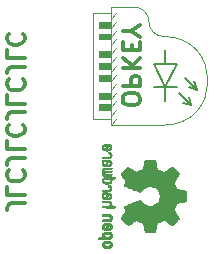
<source format=gbr>
G04 #@! TF.GenerationSoftware,KiCad,Pcbnew,(5.1.2)-2*
G04 #@! TF.CreationDate,2019-07-30T15:23:33+02:00*
G04 #@! TF.ProjectId,sensor_auxiliary,73656e73-6f72-45f6-9175-78696c696172,1*
G04 #@! TF.SameCoordinates,Original*
G04 #@! TF.FileFunction,Legend,Bot*
G04 #@! TF.FilePolarity,Positive*
%FSLAX46Y46*%
G04 Gerber Fmt 4.6, Leading zero omitted, Abs format (unit mm)*
G04 Created by KiCad (PCBNEW (5.1.2)-2) date 2019-07-30 15:23:33*
%MOMM*%
%LPD*%
G04 APERTURE LIST*
%ADD10C,0.300000*%
%ADD11C,0.200000*%
%ADD12C,0.120000*%
%ADD13C,0.100000*%
%ADD14C,0.010000*%
G04 APERTURE END LIST*
D10*
X32321428Y-49428571D02*
X31250000Y-49428571D01*
X31035714Y-49500000D01*
X30892857Y-49642857D01*
X30821428Y-49857142D01*
X30821428Y-50000000D01*
X30821428Y-48000000D02*
X30821428Y-48714285D01*
X32321428Y-48714285D01*
X30964285Y-46642857D02*
X30892857Y-46714285D01*
X30821428Y-46928571D01*
X30821428Y-47071428D01*
X30892857Y-47285714D01*
X31035714Y-47428571D01*
X31178571Y-47500000D01*
X31464285Y-47571428D01*
X31678571Y-47571428D01*
X31964285Y-47500000D01*
X32107142Y-47428571D01*
X32250000Y-47285714D01*
X32321428Y-47071428D01*
X32321428Y-46928571D01*
X32250000Y-46714285D01*
X32178571Y-46642857D01*
X32321428Y-45571428D02*
X31250000Y-45571428D01*
X31035714Y-45642857D01*
X30892857Y-45785714D01*
X30821428Y-46000000D01*
X30821428Y-46142857D01*
X30821428Y-44142857D02*
X30821428Y-44857142D01*
X32321428Y-44857142D01*
X30964285Y-42785714D02*
X30892857Y-42857142D01*
X30821428Y-43071428D01*
X30821428Y-43214285D01*
X30892857Y-43428571D01*
X31035714Y-43571428D01*
X31178571Y-43642857D01*
X31464285Y-43714285D01*
X31678571Y-43714285D01*
X31964285Y-43642857D01*
X32107142Y-43571428D01*
X32250000Y-43428571D01*
X32321428Y-43214285D01*
X32321428Y-43071428D01*
X32250000Y-42857142D01*
X32178571Y-42785714D01*
X32321428Y-41714285D02*
X31250000Y-41714285D01*
X31035714Y-41785714D01*
X30892857Y-41928571D01*
X30821428Y-42142857D01*
X30821428Y-42285714D01*
X30821428Y-40285714D02*
X30821428Y-41000000D01*
X32321428Y-41000000D01*
X30964285Y-38928571D02*
X30892857Y-39000000D01*
X30821428Y-39214285D01*
X30821428Y-39357142D01*
X30892857Y-39571428D01*
X31035714Y-39714285D01*
X31178571Y-39785714D01*
X31464285Y-39857142D01*
X31678571Y-39857142D01*
X31964285Y-39785714D01*
X32107142Y-39714285D01*
X32250000Y-39571428D01*
X32321428Y-39357142D01*
X32321428Y-39214285D01*
X32250000Y-39000000D01*
X32178571Y-38928571D01*
X32321428Y-37857142D02*
X31250000Y-37857142D01*
X31035714Y-37928571D01*
X30892857Y-38071428D01*
X30821428Y-38285714D01*
X30821428Y-38428571D01*
X30821428Y-36428571D02*
X30821428Y-37142857D01*
X32321428Y-37142857D01*
X30964285Y-35071428D02*
X30892857Y-35142857D01*
X30821428Y-35357142D01*
X30821428Y-35500000D01*
X30892857Y-35714285D01*
X31035714Y-35857142D01*
X31178571Y-35928571D01*
X31464285Y-36000000D01*
X31678571Y-36000000D01*
X31964285Y-35928571D01*
X32107142Y-35857142D01*
X32250000Y-35714285D01*
X32321428Y-35500000D01*
X32321428Y-35357142D01*
X32250000Y-35142857D01*
X32178571Y-35071428D01*
D11*
X45900000Y-38800000D02*
X46900000Y-39800000D01*
X46900000Y-39800000D02*
X46200000Y-39600000D01*
X46900000Y-39800000D02*
X46700000Y-39100000D01*
X46400000Y-41100000D02*
X46200000Y-40400000D01*
X46400000Y-41100000D02*
X45700000Y-40900000D01*
X45400000Y-40100000D02*
X46400000Y-41100000D01*
X44250000Y-39600000D02*
X44250000Y-40800000D01*
D12*
X43250000Y-39600000D02*
X44250000Y-39600000D01*
D11*
X45250000Y-39600000D02*
X43250000Y-39600000D01*
X44250000Y-39600000D02*
X43250000Y-37600000D01*
X45250000Y-37600000D02*
X44250000Y-39600000D01*
X43250000Y-37600000D02*
X45250000Y-37600000D01*
X44250000Y-36400000D02*
X44250000Y-37600000D01*
D12*
X40100000Y-33300000D02*
X39600000Y-33800000D01*
X40100000Y-34050000D02*
X39600000Y-34550000D01*
X40100000Y-34800000D02*
X39600000Y-35300000D01*
X40100000Y-37050000D02*
X39600000Y-37550000D01*
X40100000Y-37800000D02*
X39600000Y-38300000D01*
X40100000Y-36300000D02*
X39600000Y-36800000D01*
X40100000Y-38550000D02*
X39600000Y-39050000D01*
X40100000Y-35550000D02*
X39600000Y-36050000D01*
X44100000Y-35300000D02*
G75*
G02X42850000Y-34050000I0J1250000D01*
G01*
X41600000Y-32800000D02*
G75*
G02X42850000Y-34050000I0J-1250000D01*
G01*
X44100000Y-35300000D02*
G75*
G02X44100000Y-42800000I0J-3750000D01*
G01*
X39600000Y-32800000D02*
X41600000Y-32800000D01*
X39600000Y-33300000D02*
X39600000Y-32800000D01*
X39600000Y-42800000D02*
X44100000Y-42800000D01*
X39600000Y-42300000D02*
X39600000Y-42800000D01*
D13*
G36*
X38600000Y-34550000D02*
G01*
X39600000Y-34550000D01*
X39600000Y-34050000D01*
X38600000Y-34050000D01*
X38600000Y-34550000D01*
G37*
X38600000Y-34550000D02*
X39600000Y-34550000D01*
X39600000Y-34050000D01*
X38600000Y-34050000D01*
X38600000Y-34550000D01*
G36*
X38600000Y-35550000D02*
G01*
X39600000Y-35550000D01*
X39600000Y-35050000D01*
X38600000Y-35050000D01*
X38600000Y-35550000D01*
G37*
X38600000Y-35550000D02*
X39600000Y-35550000D01*
X39600000Y-35050000D01*
X38600000Y-35050000D01*
X38600000Y-35550000D01*
G36*
X38600000Y-37050000D02*
G01*
X39600000Y-37050000D01*
X39600000Y-36550000D01*
X38600000Y-36550000D01*
X38600000Y-37050000D01*
G37*
X38600000Y-37050000D02*
X39600000Y-37050000D01*
X39600000Y-36550000D01*
X38600000Y-36550000D01*
X38600000Y-37050000D01*
G36*
X38600000Y-38050000D02*
G01*
X39600000Y-38050000D01*
X39600000Y-37550000D01*
X38600000Y-37550000D01*
X38600000Y-38050000D01*
G37*
X38600000Y-38050000D02*
X39600000Y-38050000D01*
X39600000Y-37550000D01*
X38600000Y-37550000D01*
X38600000Y-38050000D01*
G36*
X38600000Y-39050000D02*
G01*
X39600000Y-39050000D01*
X39600000Y-38550000D01*
X38600000Y-38550000D01*
X38600000Y-39050000D01*
G37*
X38600000Y-39050000D02*
X39600000Y-39050000D01*
X39600000Y-38550000D01*
X38600000Y-38550000D01*
X38600000Y-39050000D01*
G36*
X38600000Y-40550000D02*
G01*
X39600000Y-40550000D01*
X39600000Y-40050000D01*
X38600000Y-40050000D01*
X38600000Y-40550000D01*
G37*
X38600000Y-40550000D02*
X39600000Y-40550000D01*
X39600000Y-40050000D01*
X38600000Y-40050000D01*
X38600000Y-40550000D01*
G36*
X38600000Y-41550000D02*
G01*
X39600000Y-41550000D01*
X39600000Y-41050000D01*
X38600000Y-41050000D01*
X38600000Y-41550000D01*
G37*
X38600000Y-41550000D02*
X39600000Y-41550000D01*
X39600000Y-41050000D01*
X38600000Y-41050000D01*
X38600000Y-41550000D01*
D12*
X38100000Y-33300000D02*
X39600000Y-33300000D01*
X38100000Y-42300000D02*
X38100000Y-33300000D01*
X39600000Y-42300000D02*
X38100000Y-42300000D01*
X39600000Y-33300000D02*
X39600000Y-42300000D01*
X40100000Y-42300000D02*
X39600000Y-42800000D01*
X40100000Y-41550000D02*
X39600000Y-42050000D01*
X40100000Y-40800000D02*
X39600000Y-41300000D01*
X40100000Y-40050000D02*
X39600000Y-40550000D01*
X40100000Y-39300000D02*
X39600000Y-39800000D01*
D14*
G36*
X39715495Y-52031114D02*
G01*
X39678273Y-51956461D01*
X39609739Y-51890569D01*
X39584352Y-51872423D01*
X39551134Y-51852655D01*
X39515055Y-51839828D01*
X39466902Y-51832490D01*
X39397464Y-51829187D01*
X39305794Y-51828462D01*
X39180170Y-51831737D01*
X39085846Y-51843123D01*
X39015477Y-51864959D01*
X38961714Y-51899581D01*
X38917212Y-51949330D01*
X38914577Y-51952986D01*
X38887623Y-52002015D01*
X38874288Y-52061055D01*
X38871000Y-52136141D01*
X38871000Y-52258205D01*
X38752503Y-52258256D01*
X38686508Y-52259392D01*
X38647798Y-52266314D01*
X38624581Y-52284402D01*
X38605067Y-52319038D01*
X38601080Y-52327355D01*
X38582397Y-52366280D01*
X38570597Y-52396417D01*
X38569578Y-52418826D01*
X38583239Y-52434567D01*
X38615478Y-52444698D01*
X38670196Y-52450277D01*
X38751289Y-52452365D01*
X38862656Y-52452019D01*
X39008198Y-52450300D01*
X39051731Y-52449763D01*
X39201795Y-52447828D01*
X39299958Y-52446096D01*
X39299958Y-52258308D01*
X39216636Y-52257252D01*
X39162120Y-52252562D01*
X39126163Y-52241949D01*
X39098518Y-52223128D01*
X39085035Y-52210350D01*
X39045583Y-52158110D01*
X39042372Y-52111858D01*
X39074951Y-52064133D01*
X39076154Y-52062923D01*
X39101332Y-52043506D01*
X39135553Y-52031693D01*
X39188252Y-52025735D01*
X39268869Y-52023880D01*
X39286729Y-52023846D01*
X39397825Y-52028330D01*
X39474839Y-52042926D01*
X39521853Y-52069350D01*
X39542950Y-52109317D01*
X39545077Y-52132416D01*
X39535100Y-52187238D01*
X39502248Y-52224842D01*
X39442143Y-52247477D01*
X39350402Y-52257394D01*
X39299958Y-52258308D01*
X39299958Y-52446096D01*
X39317940Y-52445778D01*
X39405321Y-52443127D01*
X39469095Y-52439394D01*
X39514418Y-52434093D01*
X39546445Y-52426742D01*
X39570332Y-52416857D01*
X39591236Y-52403954D01*
X39599102Y-52398421D01*
X39673405Y-52325031D01*
X39715533Y-52232240D01*
X39727278Y-52124904D01*
X39715495Y-52031114D01*
X39715495Y-52031114D01*
G37*
X39715495Y-52031114D02*
X39678273Y-51956461D01*
X39609739Y-51890569D01*
X39584352Y-51872423D01*
X39551134Y-51852655D01*
X39515055Y-51839828D01*
X39466902Y-51832490D01*
X39397464Y-51829187D01*
X39305794Y-51828462D01*
X39180170Y-51831737D01*
X39085846Y-51843123D01*
X39015477Y-51864959D01*
X38961714Y-51899581D01*
X38917212Y-51949330D01*
X38914577Y-51952986D01*
X38887623Y-52002015D01*
X38874288Y-52061055D01*
X38871000Y-52136141D01*
X38871000Y-52258205D01*
X38752503Y-52258256D01*
X38686508Y-52259392D01*
X38647798Y-52266314D01*
X38624581Y-52284402D01*
X38605067Y-52319038D01*
X38601080Y-52327355D01*
X38582397Y-52366280D01*
X38570597Y-52396417D01*
X38569578Y-52418826D01*
X38583239Y-52434567D01*
X38615478Y-52444698D01*
X38670196Y-52450277D01*
X38751289Y-52452365D01*
X38862656Y-52452019D01*
X39008198Y-52450300D01*
X39051731Y-52449763D01*
X39201795Y-52447828D01*
X39299958Y-52446096D01*
X39299958Y-52258308D01*
X39216636Y-52257252D01*
X39162120Y-52252562D01*
X39126163Y-52241949D01*
X39098518Y-52223128D01*
X39085035Y-52210350D01*
X39045583Y-52158110D01*
X39042372Y-52111858D01*
X39074951Y-52064133D01*
X39076154Y-52062923D01*
X39101332Y-52043506D01*
X39135553Y-52031693D01*
X39188252Y-52025735D01*
X39268869Y-52023880D01*
X39286729Y-52023846D01*
X39397825Y-52028330D01*
X39474839Y-52042926D01*
X39521853Y-52069350D01*
X39542950Y-52109317D01*
X39545077Y-52132416D01*
X39535100Y-52187238D01*
X39502248Y-52224842D01*
X39442143Y-52247477D01*
X39350402Y-52257394D01*
X39299958Y-52258308D01*
X39299958Y-52446096D01*
X39317940Y-52445778D01*
X39405321Y-52443127D01*
X39469095Y-52439394D01*
X39514418Y-52434093D01*
X39546445Y-52426742D01*
X39570332Y-52416857D01*
X39591236Y-52403954D01*
X39599102Y-52398421D01*
X39673405Y-52325031D01*
X39715533Y-52232240D01*
X39727278Y-52124904D01*
X39715495Y-52031114D01*
G36*
X39704911Y-50528336D02*
G01*
X39668642Y-50465633D01*
X39632642Y-50422039D01*
X39594925Y-50390155D01*
X39548801Y-50368190D01*
X39487579Y-50354351D01*
X39404569Y-50346847D01*
X39293081Y-50343883D01*
X39212938Y-50343539D01*
X38917935Y-50343539D01*
X38843485Y-50509615D01*
X39166598Y-50519385D01*
X39287271Y-50523421D01*
X39374859Y-50527656D01*
X39435350Y-50532903D01*
X39474732Y-50539975D01*
X39498993Y-50549689D01*
X39514120Y-50562856D01*
X39517394Y-50567081D01*
X39542966Y-50631091D01*
X39532847Y-50695792D01*
X39506000Y-50734308D01*
X39486976Y-50749975D01*
X39462012Y-50760820D01*
X39424166Y-50767712D01*
X39366498Y-50771521D01*
X39282065Y-50773117D01*
X39194072Y-50773385D01*
X39083677Y-50773437D01*
X39005537Y-50775328D01*
X38952835Y-50781655D01*
X38918758Y-50795017D01*
X38896489Y-50818015D01*
X38879213Y-50853246D01*
X38861262Y-50900303D01*
X38841722Y-50951697D01*
X39188515Y-50945579D01*
X39313532Y-50943116D01*
X39405918Y-50940233D01*
X39472119Y-50936102D01*
X39518580Y-50929893D01*
X39551744Y-50920774D01*
X39578056Y-50907917D01*
X39601271Y-50892416D01*
X39675431Y-50817629D01*
X39718316Y-50726372D01*
X39728588Y-50627117D01*
X39704911Y-50528336D01*
X39704911Y-50528336D01*
G37*
X39704911Y-50528336D02*
X39668642Y-50465633D01*
X39632642Y-50422039D01*
X39594925Y-50390155D01*
X39548801Y-50368190D01*
X39487579Y-50354351D01*
X39404569Y-50346847D01*
X39293081Y-50343883D01*
X39212938Y-50343539D01*
X38917935Y-50343539D01*
X38843485Y-50509615D01*
X39166598Y-50519385D01*
X39287271Y-50523421D01*
X39374859Y-50527656D01*
X39435350Y-50532903D01*
X39474732Y-50539975D01*
X39498993Y-50549689D01*
X39514120Y-50562856D01*
X39517394Y-50567081D01*
X39542966Y-50631091D01*
X39532847Y-50695792D01*
X39506000Y-50734308D01*
X39486976Y-50749975D01*
X39462012Y-50760820D01*
X39424166Y-50767712D01*
X39366498Y-50771521D01*
X39282065Y-50773117D01*
X39194072Y-50773385D01*
X39083677Y-50773437D01*
X39005537Y-50775328D01*
X38952835Y-50781655D01*
X38918758Y-50795017D01*
X38896489Y-50818015D01*
X38879213Y-50853246D01*
X38861262Y-50900303D01*
X38841722Y-50951697D01*
X39188515Y-50945579D01*
X39313532Y-50943116D01*
X39405918Y-50940233D01*
X39472119Y-50936102D01*
X39518580Y-50929893D01*
X39551744Y-50920774D01*
X39578056Y-50907917D01*
X39601271Y-50892416D01*
X39675431Y-50817629D01*
X39718316Y-50726372D01*
X39728588Y-50627117D01*
X39704911Y-50528336D01*
G36*
X39712744Y-52783114D02*
G01*
X39664591Y-52691536D01*
X39587095Y-52623951D01*
X39537273Y-52599943D01*
X39462467Y-52581262D01*
X39367948Y-52571699D01*
X39264790Y-52570792D01*
X39164065Y-52578079D01*
X39076847Y-52593097D01*
X39014209Y-52615385D01*
X39003421Y-52622235D01*
X38922895Y-52703368D01*
X38874664Y-52799734D01*
X38860550Y-52904299D01*
X38882371Y-53010032D01*
X38895453Y-53039457D01*
X38935769Y-53096759D01*
X38989225Y-53147050D01*
X38996005Y-53151803D01*
X39028679Y-53171122D01*
X39063606Y-53183892D01*
X39109586Y-53191436D01*
X39175416Y-53195076D01*
X39269895Y-53196135D01*
X39291077Y-53196154D01*
X39297818Y-53196106D01*
X39297818Y-53000769D01*
X39208651Y-52999632D01*
X39149480Y-52995159D01*
X39111259Y-52985754D01*
X39084947Y-52969824D01*
X39076154Y-52961692D01*
X39042739Y-52914942D01*
X39044263Y-52869553D01*
X39073248Y-52823660D01*
X39104191Y-52796288D01*
X39149357Y-52780077D01*
X39220580Y-52770974D01*
X39228886Y-52770349D01*
X39357963Y-52768796D01*
X39453828Y-52785035D01*
X39515893Y-52818848D01*
X39543568Y-52870016D01*
X39545077Y-52888280D01*
X39537487Y-52936240D01*
X39511192Y-52969047D01*
X39460905Y-52989105D01*
X39381336Y-52998822D01*
X39297818Y-53000769D01*
X39297818Y-53196106D01*
X39391751Y-53195426D01*
X39462094Y-53192371D01*
X39510837Y-53185678D01*
X39546712Y-53174040D01*
X39578452Y-53156147D01*
X39584352Y-53152192D01*
X39663896Y-53085733D01*
X39710071Y-53013315D01*
X39728401Y-52925151D01*
X39729297Y-52895213D01*
X39712744Y-52783114D01*
X39712744Y-52783114D01*
G37*
X39712744Y-52783114D02*
X39664591Y-52691536D01*
X39587095Y-52623951D01*
X39537273Y-52599943D01*
X39462467Y-52581262D01*
X39367948Y-52571699D01*
X39264790Y-52570792D01*
X39164065Y-52578079D01*
X39076847Y-52593097D01*
X39014209Y-52615385D01*
X39003421Y-52622235D01*
X38922895Y-52703368D01*
X38874664Y-52799734D01*
X38860550Y-52904299D01*
X38882371Y-53010032D01*
X38895453Y-53039457D01*
X38935769Y-53096759D01*
X38989225Y-53147050D01*
X38996005Y-53151803D01*
X39028679Y-53171122D01*
X39063606Y-53183892D01*
X39109586Y-53191436D01*
X39175416Y-53195076D01*
X39269895Y-53196135D01*
X39291077Y-53196154D01*
X39297818Y-53196106D01*
X39297818Y-53000769D01*
X39208651Y-52999632D01*
X39149480Y-52995159D01*
X39111259Y-52985754D01*
X39084947Y-52969824D01*
X39076154Y-52961692D01*
X39042739Y-52914942D01*
X39044263Y-52869553D01*
X39073248Y-52823660D01*
X39104191Y-52796288D01*
X39149357Y-52780077D01*
X39220580Y-52770974D01*
X39228886Y-52770349D01*
X39357963Y-52768796D01*
X39453828Y-52785035D01*
X39515893Y-52818848D01*
X39543568Y-52870016D01*
X39545077Y-52888280D01*
X39537487Y-52936240D01*
X39511192Y-52969047D01*
X39460905Y-52989105D01*
X39381336Y-52998822D01*
X39297818Y-53000769D01*
X39297818Y-53196106D01*
X39391751Y-53195426D01*
X39462094Y-53192371D01*
X39510837Y-53185678D01*
X39546712Y-53174040D01*
X39578452Y-53156147D01*
X39584352Y-53152192D01*
X39663896Y-53085733D01*
X39710071Y-53013315D01*
X39728401Y-52925151D01*
X39729297Y-52895213D01*
X39712744Y-52783114D01*
G36*
X39700255Y-51265746D02*
G01*
X39648433Y-51188714D01*
X39573588Y-51129184D01*
X39478346Y-51093622D01*
X39408244Y-51086429D01*
X39378991Y-51087246D01*
X39356593Y-51094086D01*
X39336526Y-51112888D01*
X39314267Y-51149592D01*
X39285291Y-51210138D01*
X39245073Y-51300466D01*
X39244871Y-51300923D01*
X39206790Y-51384067D01*
X39172975Y-51452247D01*
X39147067Y-51498495D01*
X39132705Y-51515842D01*
X39132589Y-51515846D01*
X39101315Y-51500557D01*
X39066843Y-51464804D01*
X39042010Y-51423758D01*
X39037077Y-51402963D01*
X39054138Y-51346230D01*
X39096867Y-51297373D01*
X39143845Y-51273535D01*
X39178478Y-51250603D01*
X39217919Y-51205682D01*
X39251991Y-51152877D01*
X39270520Y-51106290D01*
X39271538Y-51096548D01*
X39254785Y-51085582D01*
X39211961Y-51084921D01*
X39154219Y-51092980D01*
X39092711Y-51108173D01*
X39038591Y-51128914D01*
X39036490Y-51129962D01*
X38949340Y-51192379D01*
X38890061Y-51273274D01*
X38860966Y-51365144D01*
X38864366Y-51460487D01*
X38902572Y-51551802D01*
X38905259Y-51555862D01*
X38970358Y-51627694D01*
X39055295Y-51674927D01*
X39166979Y-51701066D01*
X39198357Y-51704574D01*
X39346464Y-51710787D01*
X39415532Y-51703339D01*
X39415532Y-51515846D01*
X39372448Y-51513410D01*
X39359874Y-51500086D01*
X39369281Y-51466868D01*
X39391517Y-51414506D01*
X39419390Y-51355976D01*
X39420128Y-51354521D01*
X39446223Y-51304911D01*
X39463637Y-51285000D01*
X39481893Y-51289910D01*
X39505880Y-51310584D01*
X39540594Y-51363181D01*
X39543144Y-51419823D01*
X39517881Y-51470631D01*
X39469153Y-51505724D01*
X39415532Y-51515846D01*
X39415532Y-51703339D01*
X39464964Y-51698008D01*
X39558945Y-51665222D01*
X39624785Y-51619579D01*
X39691319Y-51537198D01*
X39724324Y-51446454D01*
X39726427Y-51353815D01*
X39700255Y-51265746D01*
X39700255Y-51265746D01*
G37*
X39700255Y-51265746D02*
X39648433Y-51188714D01*
X39573588Y-51129184D01*
X39478346Y-51093622D01*
X39408244Y-51086429D01*
X39378991Y-51087246D01*
X39356593Y-51094086D01*
X39336526Y-51112888D01*
X39314267Y-51149592D01*
X39285291Y-51210138D01*
X39245073Y-51300466D01*
X39244871Y-51300923D01*
X39206790Y-51384067D01*
X39172975Y-51452247D01*
X39147067Y-51498495D01*
X39132705Y-51515842D01*
X39132589Y-51515846D01*
X39101315Y-51500557D01*
X39066843Y-51464804D01*
X39042010Y-51423758D01*
X39037077Y-51402963D01*
X39054138Y-51346230D01*
X39096867Y-51297373D01*
X39143845Y-51273535D01*
X39178478Y-51250603D01*
X39217919Y-51205682D01*
X39251991Y-51152877D01*
X39270520Y-51106290D01*
X39271538Y-51096548D01*
X39254785Y-51085582D01*
X39211961Y-51084921D01*
X39154219Y-51092980D01*
X39092711Y-51108173D01*
X39038591Y-51128914D01*
X39036490Y-51129962D01*
X38949340Y-51192379D01*
X38890061Y-51273274D01*
X38860966Y-51365144D01*
X38864366Y-51460487D01*
X38902572Y-51551802D01*
X38905259Y-51555862D01*
X38970358Y-51627694D01*
X39055295Y-51674927D01*
X39166979Y-51701066D01*
X39198357Y-51704574D01*
X39346464Y-51710787D01*
X39415532Y-51703339D01*
X39415532Y-51515846D01*
X39372448Y-51513410D01*
X39359874Y-51500086D01*
X39369281Y-51466868D01*
X39391517Y-51414506D01*
X39419390Y-51355976D01*
X39420128Y-51354521D01*
X39446223Y-51304911D01*
X39463637Y-51285000D01*
X39481893Y-51289910D01*
X39505880Y-51310584D01*
X39540594Y-51363181D01*
X39543144Y-51419823D01*
X39517881Y-51470631D01*
X39469153Y-51505724D01*
X39415532Y-51515846D01*
X39415532Y-51703339D01*
X39464964Y-51698008D01*
X39558945Y-51665222D01*
X39624785Y-51619579D01*
X39691319Y-51537198D01*
X39724324Y-51446454D01*
X39726427Y-51353815D01*
X39700255Y-51265746D01*
G36*
X39807880Y-49640154D02*
G01*
X39728020Y-49634428D01*
X39680961Y-49627851D01*
X39660434Y-49618738D01*
X39660171Y-49605402D01*
X39662622Y-49601077D01*
X39680364Y-49543556D01*
X39679328Y-49468732D01*
X39661090Y-49392661D01*
X39637495Y-49345082D01*
X39599802Y-49296298D01*
X39557145Y-49260636D01*
X39502943Y-49236155D01*
X39430616Y-49220913D01*
X39333581Y-49212970D01*
X39205258Y-49210384D01*
X39180642Y-49210338D01*
X38904130Y-49210308D01*
X38882680Y-49271839D01*
X38868088Y-49315541D01*
X38861294Y-49339518D01*
X38861231Y-49340223D01*
X38879655Y-49342585D01*
X38930474Y-49344594D01*
X39007007Y-49346099D01*
X39102570Y-49346947D01*
X39160671Y-49347077D01*
X39275229Y-49347349D01*
X39357333Y-49348748D01*
X39413607Y-49352151D01*
X39450674Y-49358433D01*
X39475156Y-49368471D01*
X39493675Y-49383139D01*
X39502594Y-49392298D01*
X39538534Y-49455211D01*
X39541225Y-49523864D01*
X39510830Y-49586152D01*
X39499856Y-49597671D01*
X39479221Y-49614567D01*
X39454744Y-49626286D01*
X39419353Y-49633767D01*
X39365974Y-49637946D01*
X39287534Y-49639763D01*
X39179383Y-49640154D01*
X38904130Y-49640154D01*
X38882680Y-49701685D01*
X38868088Y-49745387D01*
X38861294Y-49769364D01*
X38861231Y-49770070D01*
X38879931Y-49771874D01*
X38932678Y-49773500D01*
X39014443Y-49774883D01*
X39120195Y-49775958D01*
X39244906Y-49776660D01*
X39383545Y-49776923D01*
X39918194Y-49776923D01*
X39971764Y-49649923D01*
X39807880Y-49640154D01*
X39807880Y-49640154D01*
G37*
X39807880Y-49640154D02*
X39728020Y-49634428D01*
X39680961Y-49627851D01*
X39660434Y-49618738D01*
X39660171Y-49605402D01*
X39662622Y-49601077D01*
X39680364Y-49543556D01*
X39679328Y-49468732D01*
X39661090Y-49392661D01*
X39637495Y-49345082D01*
X39599802Y-49296298D01*
X39557145Y-49260636D01*
X39502943Y-49236155D01*
X39430616Y-49220913D01*
X39333581Y-49212970D01*
X39205258Y-49210384D01*
X39180642Y-49210338D01*
X38904130Y-49210308D01*
X38882680Y-49271839D01*
X38868088Y-49315541D01*
X38861294Y-49339518D01*
X38861231Y-49340223D01*
X38879655Y-49342585D01*
X38930474Y-49344594D01*
X39007007Y-49346099D01*
X39102570Y-49346947D01*
X39160671Y-49347077D01*
X39275229Y-49347349D01*
X39357333Y-49348748D01*
X39413607Y-49352151D01*
X39450674Y-49358433D01*
X39475156Y-49368471D01*
X39493675Y-49383139D01*
X39502594Y-49392298D01*
X39538534Y-49455211D01*
X39541225Y-49523864D01*
X39510830Y-49586152D01*
X39499856Y-49597671D01*
X39479221Y-49614567D01*
X39454744Y-49626286D01*
X39419353Y-49633767D01*
X39365974Y-49637946D01*
X39287534Y-49639763D01*
X39179383Y-49640154D01*
X38904130Y-49640154D01*
X38882680Y-49701685D01*
X38868088Y-49745387D01*
X38861294Y-49769364D01*
X38861231Y-49770070D01*
X38879931Y-49771874D01*
X38932678Y-49773500D01*
X39014443Y-49774883D01*
X39120195Y-49775958D01*
X39244906Y-49776660D01*
X39383545Y-49776923D01*
X39918194Y-49776923D01*
X39971764Y-49649923D01*
X39807880Y-49640154D01*
G36*
X39673697Y-48746499D02*
G01*
X39645267Y-48669940D01*
X39644721Y-48669064D01*
X39609873Y-48621715D01*
X39569148Y-48586759D01*
X39516075Y-48562175D01*
X39444186Y-48545938D01*
X39347008Y-48536025D01*
X39218072Y-48530414D01*
X39199702Y-48529923D01*
X38922713Y-48522859D01*
X38891972Y-48582305D01*
X38871198Y-48625319D01*
X38861354Y-48651290D01*
X38861231Y-48652491D01*
X38879394Y-48656986D01*
X38928388Y-48660556D01*
X38999969Y-48662752D01*
X39057932Y-48663231D01*
X39151830Y-48663242D01*
X39210797Y-48667534D01*
X39238921Y-48682497D01*
X39240294Y-48714518D01*
X39219002Y-48769986D01*
X39179864Y-48853731D01*
X39147357Y-48915311D01*
X39119155Y-48946983D01*
X39088418Y-48956294D01*
X39086896Y-48956308D01*
X39033946Y-48940943D01*
X39005340Y-48895453D01*
X39001197Y-48825834D01*
X39001916Y-48775687D01*
X38987473Y-48749246D01*
X38952782Y-48732757D01*
X38908584Y-48723267D01*
X38883507Y-48736943D01*
X38879918Y-48742093D01*
X38865504Y-48790575D01*
X38863463Y-48858469D01*
X38873017Y-48928388D01*
X38890478Y-48977932D01*
X38948636Y-49046430D01*
X39029592Y-49085366D01*
X39092840Y-49093077D01*
X39149889Y-49087193D01*
X39196458Y-49065899D01*
X39237819Y-49023735D01*
X39279245Y-48955241D01*
X39326007Y-48854956D01*
X39328650Y-48848846D01*
X39370383Y-48758510D01*
X39404609Y-48702765D01*
X39435365Y-48678871D01*
X39466689Y-48684087D01*
X39502617Y-48715672D01*
X39510884Y-48725117D01*
X39542942Y-48788383D01*
X39541593Y-48853936D01*
X39510162Y-48911028D01*
X39451976Y-48948907D01*
X39440554Y-48952426D01*
X39385163Y-48986700D01*
X39358482Y-49030191D01*
X39332040Y-49093077D01*
X39400452Y-49093077D01*
X39499890Y-49073948D01*
X39591098Y-49017169D01*
X39621611Y-48987622D01*
X39660772Y-48920458D01*
X39678500Y-48835044D01*
X39673697Y-48746499D01*
X39673697Y-48746499D01*
G37*
X39673697Y-48746499D02*
X39645267Y-48669940D01*
X39644721Y-48669064D01*
X39609873Y-48621715D01*
X39569148Y-48586759D01*
X39516075Y-48562175D01*
X39444186Y-48545938D01*
X39347008Y-48536025D01*
X39218072Y-48530414D01*
X39199702Y-48529923D01*
X38922713Y-48522859D01*
X38891972Y-48582305D01*
X38871198Y-48625319D01*
X38861354Y-48651290D01*
X38861231Y-48652491D01*
X38879394Y-48656986D01*
X38928388Y-48660556D01*
X38999969Y-48662752D01*
X39057932Y-48663231D01*
X39151830Y-48663242D01*
X39210797Y-48667534D01*
X39238921Y-48682497D01*
X39240294Y-48714518D01*
X39219002Y-48769986D01*
X39179864Y-48853731D01*
X39147357Y-48915311D01*
X39119155Y-48946983D01*
X39088418Y-48956294D01*
X39086896Y-48956308D01*
X39033946Y-48940943D01*
X39005340Y-48895453D01*
X39001197Y-48825834D01*
X39001916Y-48775687D01*
X38987473Y-48749246D01*
X38952782Y-48732757D01*
X38908584Y-48723267D01*
X38883507Y-48736943D01*
X38879918Y-48742093D01*
X38865504Y-48790575D01*
X38863463Y-48858469D01*
X38873017Y-48928388D01*
X38890478Y-48977932D01*
X38948636Y-49046430D01*
X39029592Y-49085366D01*
X39092840Y-49093077D01*
X39149889Y-49087193D01*
X39196458Y-49065899D01*
X39237819Y-49023735D01*
X39279245Y-48955241D01*
X39326007Y-48854956D01*
X39328650Y-48848846D01*
X39370383Y-48758510D01*
X39404609Y-48702765D01*
X39435365Y-48678871D01*
X39466689Y-48684087D01*
X39502617Y-48715672D01*
X39510884Y-48725117D01*
X39542942Y-48788383D01*
X39541593Y-48853936D01*
X39510162Y-48911028D01*
X39451976Y-48948907D01*
X39440554Y-48952426D01*
X39385163Y-48986700D01*
X39358482Y-49030191D01*
X39332040Y-49093077D01*
X39400452Y-49093077D01*
X39499890Y-49073948D01*
X39591098Y-49017169D01*
X39621611Y-48987622D01*
X39660772Y-48920458D01*
X39678500Y-48835044D01*
X39673697Y-48746499D01*
G36*
X39675330Y-48086638D02*
G01*
X39642579Y-47997883D01*
X39584650Y-47925978D01*
X39543872Y-47897856D01*
X39469046Y-47867198D01*
X39414942Y-47867835D01*
X39378554Y-47900013D01*
X39372367Y-47911919D01*
X39353075Y-47963325D01*
X39358018Y-47989578D01*
X39390413Y-47998470D01*
X39408308Y-47998923D01*
X39474141Y-48015203D01*
X39520193Y-48057635D01*
X39542436Y-48116612D01*
X39536839Y-48182525D01*
X39507771Y-48236105D01*
X39491190Y-48254202D01*
X39471075Y-48267029D01*
X39440668Y-48275694D01*
X39393212Y-48281304D01*
X39321950Y-48284965D01*
X39220125Y-48287785D01*
X39187885Y-48288516D01*
X39077590Y-48291180D01*
X38999964Y-48294208D01*
X38948604Y-48298750D01*
X38917110Y-48305954D01*
X38899080Y-48316967D01*
X38888112Y-48332940D01*
X38883267Y-48343166D01*
X38866699Y-48386594D01*
X38861231Y-48412158D01*
X38879493Y-48420605D01*
X38934704Y-48425761D01*
X39027501Y-48427654D01*
X39158522Y-48426311D01*
X39178731Y-48425893D01*
X39298267Y-48422942D01*
X39385551Y-48419452D01*
X39447409Y-48414486D01*
X39490664Y-48407107D01*
X39522140Y-48396376D01*
X39548661Y-48381355D01*
X39560025Y-48373498D01*
X39610308Y-48328447D01*
X39649419Y-48278060D01*
X39652833Y-48271892D01*
X39679788Y-48181542D01*
X39675330Y-48086638D01*
X39675330Y-48086638D01*
G37*
X39675330Y-48086638D02*
X39642579Y-47997883D01*
X39584650Y-47925978D01*
X39543872Y-47897856D01*
X39469046Y-47867198D01*
X39414942Y-47867835D01*
X39378554Y-47900013D01*
X39372367Y-47911919D01*
X39353075Y-47963325D01*
X39358018Y-47989578D01*
X39390413Y-47998470D01*
X39408308Y-47998923D01*
X39474141Y-48015203D01*
X39520193Y-48057635D01*
X39542436Y-48116612D01*
X39536839Y-48182525D01*
X39507771Y-48236105D01*
X39491190Y-48254202D01*
X39471075Y-48267029D01*
X39440668Y-48275694D01*
X39393212Y-48281304D01*
X39321950Y-48284965D01*
X39220125Y-48287785D01*
X39187885Y-48288516D01*
X39077590Y-48291180D01*
X38999964Y-48294208D01*
X38948604Y-48298750D01*
X38917110Y-48305954D01*
X38899080Y-48316967D01*
X38888112Y-48332940D01*
X38883267Y-48343166D01*
X38866699Y-48386594D01*
X38861231Y-48412158D01*
X38879493Y-48420605D01*
X38934704Y-48425761D01*
X39027501Y-48427654D01*
X39158522Y-48426311D01*
X39178731Y-48425893D01*
X39298267Y-48422942D01*
X39385551Y-48419452D01*
X39447409Y-48414486D01*
X39490664Y-48407107D01*
X39522140Y-48396376D01*
X39548661Y-48381355D01*
X39560025Y-48373498D01*
X39610308Y-48328447D01*
X39649419Y-48278060D01*
X39652833Y-48271892D01*
X39679788Y-48181542D01*
X39675330Y-48086638D01*
G36*
X39519711Y-47197919D02*
G01*
X39373680Y-47198167D01*
X39261345Y-47199128D01*
X39177322Y-47201206D01*
X39116231Y-47204807D01*
X39072691Y-47210335D01*
X39041321Y-47218196D01*
X39016738Y-47228793D01*
X39002706Y-47236818D01*
X38926612Y-47303272D01*
X38878916Y-47387530D01*
X38861801Y-47480751D01*
X38877454Y-47574100D01*
X38905582Y-47629688D01*
X38954240Y-47688043D01*
X39013667Y-47727814D01*
X39091493Y-47751810D01*
X39195348Y-47762839D01*
X39271538Y-47764401D01*
X39277014Y-47764191D01*
X39277014Y-47627692D01*
X39189645Y-47626859D01*
X39131808Y-47623039D01*
X39093971Y-47614254D01*
X39066602Y-47598526D01*
X39045958Y-47579734D01*
X39006110Y-47516625D01*
X39002705Y-47448863D01*
X39035975Y-47384821D01*
X39040483Y-47379836D01*
X39063933Y-47358561D01*
X39091834Y-47345221D01*
X39133359Y-47337999D01*
X39197684Y-47335077D01*
X39268800Y-47334615D01*
X39358142Y-47335617D01*
X39417742Y-47339762D01*
X39456911Y-47348764D01*
X39484960Y-47364333D01*
X39499856Y-47377098D01*
X39537425Y-47436400D01*
X39541943Y-47504699D01*
X39513247Y-47569890D01*
X39502594Y-47582472D01*
X39478937Y-47603889D01*
X39450749Y-47617256D01*
X39408755Y-47624434D01*
X39343681Y-47627281D01*
X39277014Y-47627692D01*
X39277014Y-47764191D01*
X39394235Y-47759678D01*
X39486423Y-47743638D01*
X39555731Y-47713472D01*
X39609789Y-47666371D01*
X39637495Y-47629688D01*
X39667428Y-47563010D01*
X39681322Y-47485728D01*
X39677603Y-47413890D01*
X39662600Y-47373692D01*
X39658330Y-47357918D01*
X39674250Y-47347450D01*
X39716911Y-47340144D01*
X39781894Y-47334615D01*
X39854268Y-47328563D01*
X39897813Y-47320156D01*
X39922713Y-47304859D01*
X39939155Y-47278136D01*
X39946436Y-47261346D01*
X39973037Y-47197846D01*
X39519711Y-47197919D01*
X39519711Y-47197919D01*
G37*
X39519711Y-47197919D02*
X39373680Y-47198167D01*
X39261345Y-47199128D01*
X39177322Y-47201206D01*
X39116231Y-47204807D01*
X39072691Y-47210335D01*
X39041321Y-47218196D01*
X39016738Y-47228793D01*
X39002706Y-47236818D01*
X38926612Y-47303272D01*
X38878916Y-47387530D01*
X38861801Y-47480751D01*
X38877454Y-47574100D01*
X38905582Y-47629688D01*
X38954240Y-47688043D01*
X39013667Y-47727814D01*
X39091493Y-47751810D01*
X39195348Y-47762839D01*
X39271538Y-47764401D01*
X39277014Y-47764191D01*
X39277014Y-47627692D01*
X39189645Y-47626859D01*
X39131808Y-47623039D01*
X39093971Y-47614254D01*
X39066602Y-47598526D01*
X39045958Y-47579734D01*
X39006110Y-47516625D01*
X39002705Y-47448863D01*
X39035975Y-47384821D01*
X39040483Y-47379836D01*
X39063933Y-47358561D01*
X39091834Y-47345221D01*
X39133359Y-47337999D01*
X39197684Y-47335077D01*
X39268800Y-47334615D01*
X39358142Y-47335617D01*
X39417742Y-47339762D01*
X39456911Y-47348764D01*
X39484960Y-47364333D01*
X39499856Y-47377098D01*
X39537425Y-47436400D01*
X39541943Y-47504699D01*
X39513247Y-47569890D01*
X39502594Y-47582472D01*
X39478937Y-47603889D01*
X39450749Y-47617256D01*
X39408755Y-47624434D01*
X39343681Y-47627281D01*
X39277014Y-47627692D01*
X39277014Y-47764191D01*
X39394235Y-47759678D01*
X39486423Y-47743638D01*
X39555731Y-47713472D01*
X39609789Y-47666371D01*
X39637495Y-47629688D01*
X39667428Y-47563010D01*
X39681322Y-47485728D01*
X39677603Y-47413890D01*
X39662600Y-47373692D01*
X39658330Y-47357918D01*
X39674250Y-47347450D01*
X39716911Y-47340144D01*
X39781894Y-47334615D01*
X39854268Y-47328563D01*
X39897813Y-47320156D01*
X39922713Y-47304859D01*
X39939155Y-47278136D01*
X39946436Y-47261346D01*
X39973037Y-47197846D01*
X39519711Y-47197919D01*
G36*
X39663338Y-46404071D02*
G01*
X39611932Y-46401089D01*
X39533808Y-46398753D01*
X39435143Y-46397251D01*
X39331657Y-46396769D01*
X38981467Y-46396769D01*
X38919637Y-46458599D01*
X38881538Y-46501207D01*
X38866105Y-46538610D01*
X38867082Y-46589730D01*
X38869567Y-46610022D01*
X38876800Y-46673446D01*
X38880945Y-46725905D01*
X38881328Y-46738692D01*
X38878824Y-46781801D01*
X38872538Y-46843456D01*
X38869567Y-46867362D01*
X38864972Y-46926078D01*
X38874954Y-46965536D01*
X38905772Y-47004662D01*
X38919637Y-47018785D01*
X38981467Y-47080615D01*
X39636497Y-47080615D01*
X39659171Y-47030850D01*
X39675966Y-46987998D01*
X39681846Y-46962927D01*
X39663264Y-46956499D01*
X39611345Y-46950491D01*
X39531828Y-46945303D01*
X39430454Y-46941336D01*
X39344808Y-46939423D01*
X39007769Y-46934077D01*
X39001175Y-46887440D01*
X39005786Y-46845024D01*
X39020713Y-46824240D01*
X39048623Y-46818430D01*
X39108075Y-46813470D01*
X39191534Y-46809754D01*
X39291468Y-46807676D01*
X39342896Y-46807376D01*
X39638946Y-46807077D01*
X39660396Y-46745546D01*
X39674980Y-46701996D01*
X39681781Y-46678306D01*
X39681846Y-46677623D01*
X39663358Y-46675246D01*
X39612094Y-46672634D01*
X39534351Y-46670005D01*
X39436426Y-46667579D01*
X39344808Y-46665885D01*
X39007769Y-46660539D01*
X39007769Y-46543308D01*
X39315254Y-46537928D01*
X39622739Y-46532549D01*
X39652293Y-46475399D01*
X39672587Y-46433203D01*
X39681796Y-46408230D01*
X39681846Y-46407509D01*
X39663338Y-46404071D01*
X39663338Y-46404071D01*
G37*
X39663338Y-46404071D02*
X39611932Y-46401089D01*
X39533808Y-46398753D01*
X39435143Y-46397251D01*
X39331657Y-46396769D01*
X38981467Y-46396769D01*
X38919637Y-46458599D01*
X38881538Y-46501207D01*
X38866105Y-46538610D01*
X38867082Y-46589730D01*
X38869567Y-46610022D01*
X38876800Y-46673446D01*
X38880945Y-46725905D01*
X38881328Y-46738692D01*
X38878824Y-46781801D01*
X38872538Y-46843456D01*
X38869567Y-46867362D01*
X38864972Y-46926078D01*
X38874954Y-46965536D01*
X38905772Y-47004662D01*
X38919637Y-47018785D01*
X38981467Y-47080615D01*
X39636497Y-47080615D01*
X39659171Y-47030850D01*
X39675966Y-46987998D01*
X39681846Y-46962927D01*
X39663264Y-46956499D01*
X39611345Y-46950491D01*
X39531828Y-46945303D01*
X39430454Y-46941336D01*
X39344808Y-46939423D01*
X39007769Y-46934077D01*
X39001175Y-46887440D01*
X39005786Y-46845024D01*
X39020713Y-46824240D01*
X39048623Y-46818430D01*
X39108075Y-46813470D01*
X39191534Y-46809754D01*
X39291468Y-46807676D01*
X39342896Y-46807376D01*
X39638946Y-46807077D01*
X39660396Y-46745546D01*
X39674980Y-46701996D01*
X39681781Y-46678306D01*
X39681846Y-46677623D01*
X39663358Y-46675246D01*
X39612094Y-46672634D01*
X39534351Y-46670005D01*
X39436426Y-46667579D01*
X39344808Y-46665885D01*
X39007769Y-46660539D01*
X39007769Y-46543308D01*
X39315254Y-46537928D01*
X39622739Y-46532549D01*
X39652293Y-46475399D01*
X39672587Y-46433203D01*
X39681796Y-46408230D01*
X39681846Y-46407509D01*
X39663338Y-46404071D01*
G36*
X39666472Y-45912667D02*
G01*
X39640883Y-45856410D01*
X39609876Y-45812253D01*
X39575205Y-45779899D01*
X39530480Y-45757562D01*
X39469308Y-45743454D01*
X39385299Y-45735789D01*
X39272060Y-45732780D01*
X39197491Y-45732462D01*
X38906580Y-45732462D01*
X38883905Y-45782227D01*
X38867333Y-45821424D01*
X38861231Y-45840843D01*
X38879390Y-45844558D01*
X38928352Y-45847505D01*
X38999847Y-45849309D01*
X39056615Y-45849692D01*
X39138629Y-45851339D01*
X39203691Y-45855778D01*
X39243533Y-45862260D01*
X39252000Y-45867410D01*
X39243354Y-45902023D01*
X39221177Y-45956360D01*
X39191114Y-46019278D01*
X39158808Y-46079632D01*
X39129902Y-46126279D01*
X39110039Y-46148074D01*
X39109825Y-46148161D01*
X39073065Y-46146286D01*
X39037974Y-46129475D01*
X39009472Y-46099961D01*
X38999939Y-46056884D01*
X39001050Y-46020068D01*
X39001867Y-45967926D01*
X38989651Y-45940556D01*
X38957376Y-45924118D01*
X38951290Y-45922045D01*
X38905261Y-45914919D01*
X38877313Y-45933976D01*
X38863993Y-45983647D01*
X38861530Y-46037303D01*
X38879790Y-46133858D01*
X38905869Y-46183841D01*
X38967132Y-46245571D01*
X39042330Y-46278310D01*
X39121789Y-46281247D01*
X39195833Y-46253576D01*
X39242231Y-46211953D01*
X39268207Y-46170396D01*
X39301093Y-46105078D01*
X39334443Y-46028962D01*
X39339539Y-46016274D01*
X39376435Y-45932667D01*
X39408954Y-45884470D01*
X39441282Y-45868970D01*
X39477606Y-45883450D01*
X39506000Y-45908308D01*
X39540961Y-45967061D01*
X39543583Y-46031707D01*
X39516642Y-46090992D01*
X39462912Y-46133661D01*
X39449050Y-46139261D01*
X39398064Y-46171867D01*
X39360213Y-46219470D01*
X39329150Y-46279539D01*
X39417232Y-46279539D01*
X39471049Y-46276003D01*
X39513466Y-46260844D01*
X39558721Y-46227232D01*
X39593580Y-46194965D01*
X39642938Y-46144791D01*
X39669453Y-46105807D01*
X39680089Y-46063936D01*
X39681846Y-46016540D01*
X39666472Y-45912667D01*
X39666472Y-45912667D01*
G37*
X39666472Y-45912667D02*
X39640883Y-45856410D01*
X39609876Y-45812253D01*
X39575205Y-45779899D01*
X39530480Y-45757562D01*
X39469308Y-45743454D01*
X39385299Y-45735789D01*
X39272060Y-45732780D01*
X39197491Y-45732462D01*
X38906580Y-45732462D01*
X38883905Y-45782227D01*
X38867333Y-45821424D01*
X38861231Y-45840843D01*
X38879390Y-45844558D01*
X38928352Y-45847505D01*
X38999847Y-45849309D01*
X39056615Y-45849692D01*
X39138629Y-45851339D01*
X39203691Y-45855778D01*
X39243533Y-45862260D01*
X39252000Y-45867410D01*
X39243354Y-45902023D01*
X39221177Y-45956360D01*
X39191114Y-46019278D01*
X39158808Y-46079632D01*
X39129902Y-46126279D01*
X39110039Y-46148074D01*
X39109825Y-46148161D01*
X39073065Y-46146286D01*
X39037974Y-46129475D01*
X39009472Y-46099961D01*
X38999939Y-46056884D01*
X39001050Y-46020068D01*
X39001867Y-45967926D01*
X38989651Y-45940556D01*
X38957376Y-45924118D01*
X38951290Y-45922045D01*
X38905261Y-45914919D01*
X38877313Y-45933976D01*
X38863993Y-45983647D01*
X38861530Y-46037303D01*
X38879790Y-46133858D01*
X38905869Y-46183841D01*
X38967132Y-46245571D01*
X39042330Y-46278310D01*
X39121789Y-46281247D01*
X39195833Y-46253576D01*
X39242231Y-46211953D01*
X39268207Y-46170396D01*
X39301093Y-46105078D01*
X39334443Y-46028962D01*
X39339539Y-46016274D01*
X39376435Y-45932667D01*
X39408954Y-45884470D01*
X39441282Y-45868970D01*
X39477606Y-45883450D01*
X39506000Y-45908308D01*
X39540961Y-45967061D01*
X39543583Y-46031707D01*
X39516642Y-46090992D01*
X39462912Y-46133661D01*
X39449050Y-46139261D01*
X39398064Y-46171867D01*
X39360213Y-46219470D01*
X39329150Y-46279539D01*
X39417232Y-46279539D01*
X39471049Y-46276003D01*
X39513466Y-46260844D01*
X39558721Y-46227232D01*
X39593580Y-46194965D01*
X39642938Y-46144791D01*
X39669453Y-46105807D01*
X39680089Y-46063936D01*
X39681846Y-46016540D01*
X39666472Y-45912667D01*
G36*
X39663218Y-45229193D02*
G01*
X39653012Y-45205839D01*
X39608866Y-45150098D01*
X39545033Y-45102431D01*
X39476913Y-45072952D01*
X39443330Y-45068154D01*
X39396444Y-45084240D01*
X39371635Y-45119525D01*
X39356613Y-45157356D01*
X39353845Y-45174679D01*
X39373934Y-45183114D01*
X39417649Y-45199770D01*
X39437402Y-45207077D01*
X39505729Y-45248052D01*
X39539809Y-45307378D01*
X39538761Y-45383448D01*
X39537419Y-45389082D01*
X39518164Y-45429695D01*
X39480625Y-45459552D01*
X39420191Y-45479945D01*
X39332249Y-45492164D01*
X39212187Y-45497500D01*
X39148302Y-45498000D01*
X39047597Y-45498248D01*
X38978946Y-45499874D01*
X38935327Y-45504199D01*
X38909718Y-45512546D01*
X38895097Y-45526235D01*
X38884442Y-45546589D01*
X38883905Y-45547766D01*
X38867333Y-45586962D01*
X38861231Y-45606381D01*
X38879681Y-45609365D01*
X38930677Y-45611919D01*
X39007692Y-45613860D01*
X39104195Y-45615003D01*
X39174816Y-45615231D01*
X39311475Y-45614068D01*
X39415149Y-45609521D01*
X39491892Y-45600001D01*
X39547754Y-45583919D01*
X39588788Y-45559687D01*
X39621046Y-45525714D01*
X39643560Y-45492167D01*
X39673524Y-45411501D01*
X39680282Y-45317619D01*
X39663218Y-45229193D01*
X39663218Y-45229193D01*
G37*
X39663218Y-45229193D02*
X39653012Y-45205839D01*
X39608866Y-45150098D01*
X39545033Y-45102431D01*
X39476913Y-45072952D01*
X39443330Y-45068154D01*
X39396444Y-45084240D01*
X39371635Y-45119525D01*
X39356613Y-45157356D01*
X39353845Y-45174679D01*
X39373934Y-45183114D01*
X39417649Y-45199770D01*
X39437402Y-45207077D01*
X39505729Y-45248052D01*
X39539809Y-45307378D01*
X39538761Y-45383448D01*
X39537419Y-45389082D01*
X39518164Y-45429695D01*
X39480625Y-45459552D01*
X39420191Y-45479945D01*
X39332249Y-45492164D01*
X39212187Y-45497500D01*
X39148302Y-45498000D01*
X39047597Y-45498248D01*
X38978946Y-45499874D01*
X38935327Y-45504199D01*
X38909718Y-45512546D01*
X38895097Y-45526235D01*
X38884442Y-45546589D01*
X38883905Y-45547766D01*
X38867333Y-45586962D01*
X38861231Y-45606381D01*
X38879681Y-45609365D01*
X38930677Y-45611919D01*
X39007692Y-45613860D01*
X39104195Y-45615003D01*
X39174816Y-45615231D01*
X39311475Y-45614068D01*
X39415149Y-45609521D01*
X39491892Y-45600001D01*
X39547754Y-45583919D01*
X39588788Y-45559687D01*
X39621046Y-45525714D01*
X39643560Y-45492167D01*
X39673524Y-45411501D01*
X39680282Y-45317619D01*
X39663218Y-45229193D01*
G36*
X39652162Y-44554776D02*
G01*
X39601639Y-44477472D01*
X39556410Y-44440186D01*
X39474337Y-44410647D01*
X39409393Y-44408301D01*
X39322555Y-44413615D01*
X39234897Y-44613885D01*
X39190113Y-44711261D01*
X39154087Y-44774887D01*
X39122883Y-44807971D01*
X39092564Y-44813720D01*
X39059195Y-44795342D01*
X39037077Y-44775077D01*
X39001607Y-44716111D01*
X38999121Y-44651976D01*
X39026765Y-44593074D01*
X39081680Y-44549803D01*
X39101072Y-44542064D01*
X39161636Y-44504994D01*
X39187448Y-44462346D01*
X39209529Y-44403846D01*
X39125816Y-44403846D01*
X39068850Y-44409018D01*
X39020811Y-44429277D01*
X38965654Y-44471738D01*
X38958486Y-44478049D01*
X38909415Y-44525280D01*
X38883080Y-44565879D01*
X38870965Y-44616672D01*
X38866997Y-44658780D01*
X38866009Y-44734098D01*
X38878534Y-44787714D01*
X38897131Y-44821162D01*
X38938025Y-44873732D01*
X38982252Y-44910121D01*
X39037874Y-44933150D01*
X39112953Y-44945641D01*
X39215551Y-44950413D01*
X39267624Y-44950794D01*
X39330052Y-44949499D01*
X39330052Y-44831529D01*
X39296562Y-44830161D01*
X39291077Y-44826751D01*
X39298528Y-44804247D01*
X39318247Y-44755818D01*
X39346282Y-44691092D01*
X39352308Y-44677557D01*
X39393904Y-44595756D01*
X39430462Y-44550688D01*
X39464704Y-44540783D01*
X39499352Y-44564474D01*
X39514661Y-44584040D01*
X39545279Y-44654640D01*
X39540220Y-44720720D01*
X39502849Y-44776041D01*
X39436527Y-44814364D01*
X39383884Y-44826651D01*
X39330052Y-44831529D01*
X39330052Y-44949499D01*
X39389280Y-44948270D01*
X39479290Y-44938968D01*
X39544833Y-44920540D01*
X39593088Y-44890640D01*
X39631233Y-44846920D01*
X39643560Y-44827859D01*
X39675664Y-44741274D01*
X39677684Y-44646478D01*
X39652162Y-44554776D01*
X39652162Y-44554776D01*
G37*
X39652162Y-44554776D02*
X39601639Y-44477472D01*
X39556410Y-44440186D01*
X39474337Y-44410647D01*
X39409393Y-44408301D01*
X39322555Y-44413615D01*
X39234897Y-44613885D01*
X39190113Y-44711261D01*
X39154087Y-44774887D01*
X39122883Y-44807971D01*
X39092564Y-44813720D01*
X39059195Y-44795342D01*
X39037077Y-44775077D01*
X39001607Y-44716111D01*
X38999121Y-44651976D01*
X39026765Y-44593074D01*
X39081680Y-44549803D01*
X39101072Y-44542064D01*
X39161636Y-44504994D01*
X39187448Y-44462346D01*
X39209529Y-44403846D01*
X39125816Y-44403846D01*
X39068850Y-44409018D01*
X39020811Y-44429277D01*
X38965654Y-44471738D01*
X38958486Y-44478049D01*
X38909415Y-44525280D01*
X38883080Y-44565879D01*
X38870965Y-44616672D01*
X38866997Y-44658780D01*
X38866009Y-44734098D01*
X38878534Y-44787714D01*
X38897131Y-44821162D01*
X38938025Y-44873732D01*
X38982252Y-44910121D01*
X39037874Y-44933150D01*
X39112953Y-44945641D01*
X39215551Y-44950413D01*
X39267624Y-44950794D01*
X39330052Y-44949499D01*
X39330052Y-44831529D01*
X39296562Y-44830161D01*
X39291077Y-44826751D01*
X39298528Y-44804247D01*
X39318247Y-44755818D01*
X39346282Y-44691092D01*
X39352308Y-44677557D01*
X39393904Y-44595756D01*
X39430462Y-44550688D01*
X39464704Y-44540783D01*
X39499352Y-44564474D01*
X39514661Y-44584040D01*
X39545279Y-44654640D01*
X39540220Y-44720720D01*
X39502849Y-44776041D01*
X39436527Y-44814364D01*
X39383884Y-44826651D01*
X39330052Y-44831529D01*
X39330052Y-44949499D01*
X39389280Y-44948270D01*
X39479290Y-44938968D01*
X39544833Y-44920540D01*
X39593088Y-44890640D01*
X39631233Y-44846920D01*
X39643560Y-44827859D01*
X39675664Y-44741274D01*
X39677684Y-44646478D01*
X39652162Y-44554776D01*
G36*
X46012224Y-48660122D02*
G01*
X46011645Y-48554388D01*
X46010078Y-48477868D01*
X46007028Y-48425628D01*
X46002004Y-48392737D01*
X45994511Y-48374263D01*
X45984056Y-48365273D01*
X45970147Y-48360837D01*
X45968346Y-48360406D01*
X45935855Y-48353667D01*
X45871748Y-48341192D01*
X45782849Y-48324281D01*
X45675981Y-48304229D01*
X45557967Y-48282336D01*
X45553822Y-48281571D01*
X45438169Y-48259641D01*
X45335986Y-48239123D01*
X45253402Y-48221341D01*
X45196544Y-48207619D01*
X45171542Y-48199282D01*
X45171099Y-48198884D01*
X45158890Y-48174323D01*
X45138544Y-48123685D01*
X45114455Y-48057905D01*
X45114326Y-48057539D01*
X45083182Y-47974683D01*
X45043509Y-47877000D01*
X45003619Y-47784923D01*
X45001647Y-47780566D01*
X44933580Y-47630593D01*
X45160361Y-47298502D01*
X45229496Y-47196626D01*
X45291303Y-47104343D01*
X45342267Y-47026997D01*
X45378873Y-46969936D01*
X45397606Y-46938505D01*
X45398996Y-46935521D01*
X45392810Y-46912679D01*
X45362965Y-46870018D01*
X45308053Y-46805872D01*
X45226666Y-46718579D01*
X45140078Y-46629465D01*
X45054753Y-46543559D01*
X44976892Y-46466673D01*
X44911303Y-46403436D01*
X44862795Y-46358477D01*
X44836175Y-46336424D01*
X44834805Y-46335604D01*
X44816537Y-46333166D01*
X44786705Y-46342350D01*
X44741279Y-46365426D01*
X44676230Y-46404663D01*
X44587530Y-46462330D01*
X44473343Y-46539205D01*
X44372838Y-46607430D01*
X44282697Y-46668418D01*
X44208151Y-46718644D01*
X44154435Y-46754584D01*
X44126782Y-46772713D01*
X44124905Y-46773854D01*
X44098410Y-46771641D01*
X44046914Y-46754862D01*
X43980149Y-46726858D01*
X43958828Y-46716878D01*
X43863841Y-46673328D01*
X43756063Y-46626866D01*
X43662808Y-46589123D01*
X43593594Y-46561927D01*
X43540994Y-46540325D01*
X43513503Y-46527842D01*
X43511384Y-46526291D01*
X43507876Y-46503332D01*
X43498262Y-46449214D01*
X43483911Y-46371132D01*
X43466193Y-46276281D01*
X43446475Y-46171857D01*
X43426126Y-46065056D01*
X43406514Y-45963074D01*
X43389009Y-45873106D01*
X43374978Y-45802347D01*
X43365791Y-45757994D01*
X43363193Y-45747115D01*
X43356782Y-45735878D01*
X43342303Y-45727395D01*
X43314867Y-45721286D01*
X43269589Y-45717168D01*
X43201580Y-45714659D01*
X43105953Y-45713379D01*
X42977820Y-45712946D01*
X42925299Y-45712923D01*
X42498155Y-45712923D01*
X42477909Y-45815500D01*
X42466930Y-45872569D01*
X42450905Y-45957731D01*
X42431767Y-46060628D01*
X42411449Y-46170904D01*
X42405868Y-46201385D01*
X42386083Y-46303145D01*
X42366627Y-46391795D01*
X42349303Y-46459892D01*
X42335912Y-46499996D01*
X42331921Y-46506677D01*
X42303658Y-46523081D01*
X42248891Y-46546601D01*
X42178412Y-46572684D01*
X42163231Y-46577858D01*
X42069104Y-46612044D01*
X41962899Y-46654477D01*
X41867527Y-46696003D01*
X41867084Y-46696208D01*
X41717475Y-46765360D01*
X41048383Y-46310488D01*
X40755884Y-46602500D01*
X40668830Y-46690820D01*
X40592091Y-46771375D01*
X40529763Y-46839640D01*
X40485944Y-46891092D01*
X40464730Y-46921206D01*
X40463384Y-46925526D01*
X40473984Y-46950889D01*
X40503453Y-47002642D01*
X40548295Y-47075132D01*
X40605016Y-47162706D01*
X40668538Y-47257388D01*
X40733332Y-47353484D01*
X40789713Y-47439163D01*
X40834212Y-47508984D01*
X40863361Y-47557506D01*
X40873692Y-47579218D01*
X40864950Y-47605707D01*
X40841913Y-47655938D01*
X40809369Y-47719549D01*
X40805751Y-47726292D01*
X40762790Y-47811954D01*
X40741721Y-47870694D01*
X40741497Y-47907228D01*
X40761072Y-47926269D01*
X40761346Y-47926380D01*
X40784528Y-47935898D01*
X40839559Y-47958597D01*
X40922178Y-47992718D01*
X41028128Y-48036500D01*
X41153148Y-48088184D01*
X41292980Y-48146008D01*
X41428363Y-48202009D01*
X41577766Y-48263553D01*
X41716168Y-48320061D01*
X41839327Y-48369839D01*
X41942998Y-48411194D01*
X42022941Y-48442432D01*
X42074912Y-48461859D01*
X42094308Y-48467846D01*
X42116557Y-48452832D01*
X42152018Y-48413561D01*
X42191113Y-48361193D01*
X42314755Y-48212059D01*
X42456478Y-48095489D01*
X42613296Y-48012882D01*
X42782225Y-47965634D01*
X42960278Y-47955143D01*
X43042461Y-47962769D01*
X43212969Y-48004318D01*
X43363541Y-48075877D01*
X43492691Y-48173005D01*
X43598936Y-48291266D01*
X43680790Y-48426220D01*
X43736768Y-48573429D01*
X43765385Y-48728456D01*
X43765156Y-48886861D01*
X43734595Y-49044206D01*
X43672218Y-49196054D01*
X43576540Y-49337965D01*
X43522428Y-49397197D01*
X43383480Y-49510797D01*
X43231639Y-49589894D01*
X43071333Y-49635014D01*
X42906988Y-49646684D01*
X42743029Y-49625431D01*
X42583882Y-49571780D01*
X42433975Y-49486260D01*
X42297733Y-49369395D01*
X42191113Y-49238807D01*
X42150358Y-49184412D01*
X42115282Y-49145986D01*
X42094274Y-49132154D01*
X42071365Y-49139397D01*
X42016635Y-49159995D01*
X41934328Y-49192254D01*
X41828685Y-49234479D01*
X41703950Y-49284977D01*
X41564364Y-49342052D01*
X41428330Y-49398146D01*
X41278799Y-49460033D01*
X41140233Y-49517356D01*
X41016893Y-49568356D01*
X40913036Y-49611273D01*
X40832920Y-49644347D01*
X40780805Y-49665819D01*
X40761346Y-49673775D01*
X40741577Y-49692571D01*
X40741635Y-49728926D01*
X40762559Y-49787521D01*
X40805387Y-49873032D01*
X40805751Y-49873708D01*
X40838988Y-49938093D01*
X40863198Y-49990139D01*
X40873596Y-50019488D01*
X40873692Y-50020783D01*
X40863145Y-50042876D01*
X40833816Y-50091652D01*
X40789173Y-50161669D01*
X40732686Y-50247486D01*
X40668538Y-50342612D01*
X40603589Y-50439460D01*
X40547104Y-50526747D01*
X40502579Y-50598819D01*
X40473510Y-50650023D01*
X40463384Y-50674474D01*
X40476693Y-50696990D01*
X40513888Y-50742258D01*
X40570872Y-50805756D01*
X40643551Y-50882961D01*
X40727829Y-50969349D01*
X40755984Y-50997601D01*
X41048584Y-51289713D01*
X41374896Y-51067369D01*
X41475103Y-50999798D01*
X41565037Y-50940493D01*
X41639490Y-50892783D01*
X41693249Y-50859993D01*
X41721106Y-50845452D01*
X41723088Y-50845026D01*
X41749345Y-50852692D01*
X41802163Y-50873311D01*
X41872690Y-50903315D01*
X41919907Y-50924375D01*
X42010306Y-50963752D01*
X42101634Y-51000835D01*
X42178800Y-51029585D01*
X42202308Y-51037395D01*
X42265084Y-51059583D01*
X42313589Y-51081273D01*
X42331921Y-51093187D01*
X42343141Y-51119477D01*
X42359046Y-51176858D01*
X42377833Y-51257882D01*
X42397701Y-51355105D01*
X42405868Y-51398615D01*
X42426171Y-51509104D01*
X42445830Y-51615084D01*
X42462912Y-51706199D01*
X42475482Y-51772092D01*
X42477909Y-51784500D01*
X42498155Y-51887077D01*
X42925299Y-51887077D01*
X43065754Y-51886847D01*
X43172021Y-51885901D01*
X43248987Y-51883859D01*
X43301540Y-51880338D01*
X43334567Y-51874957D01*
X43352955Y-51867334D01*
X43361592Y-51857088D01*
X43363193Y-51852885D01*
X43368873Y-51827530D01*
X43380205Y-51771516D01*
X43395821Y-51692036D01*
X43414353Y-51596288D01*
X43434431Y-51491467D01*
X43454688Y-51384768D01*
X43473754Y-51283387D01*
X43490261Y-51194521D01*
X43502841Y-51125363D01*
X43510125Y-51083111D01*
X43511384Y-51073710D01*
X43528237Y-51065193D01*
X43573130Y-51046340D01*
X43637570Y-51020676D01*
X43662808Y-51010877D01*
X43760314Y-50971352D01*
X43868041Y-50924808D01*
X43958828Y-50883123D01*
X44028247Y-50852450D01*
X44085290Y-50832044D01*
X44120223Y-50825232D01*
X44124905Y-50826318D01*
X44147009Y-50840715D01*
X44196169Y-50873588D01*
X44267152Y-50921410D01*
X44354722Y-50980652D01*
X44453643Y-51047785D01*
X44473170Y-51061059D01*
X44588860Y-51138954D01*
X44676956Y-51196213D01*
X44741514Y-51235119D01*
X44786589Y-51257956D01*
X44816237Y-51267006D01*
X44834515Y-51264552D01*
X44834631Y-51264489D01*
X44858639Y-51245173D01*
X44905053Y-51202449D01*
X44969063Y-51140949D01*
X45045855Y-51065302D01*
X45130618Y-50980139D01*
X45140078Y-50970535D01*
X45244011Y-50863210D01*
X45320325Y-50780385D01*
X45370429Y-50720395D01*
X45395730Y-50681577D01*
X45398996Y-50664480D01*
X45384750Y-50639527D01*
X45351844Y-50587745D01*
X45303792Y-50514480D01*
X45244110Y-50425080D01*
X45176312Y-50324889D01*
X45160361Y-50301499D01*
X44933580Y-49969407D01*
X45001647Y-49819435D01*
X45041315Y-49728230D01*
X45081209Y-49630331D01*
X45113017Y-49546169D01*
X45114326Y-49542462D01*
X45138424Y-49476631D01*
X45158800Y-49425884D01*
X45171064Y-49401158D01*
X45171099Y-49401116D01*
X45193266Y-49393271D01*
X45247783Y-49379934D01*
X45328520Y-49362430D01*
X45429350Y-49342083D01*
X45544144Y-49320218D01*
X45553822Y-49318429D01*
X45672096Y-49296496D01*
X45779458Y-49276360D01*
X45869083Y-49259320D01*
X45934149Y-49246672D01*
X45967832Y-49239716D01*
X45968346Y-49239594D01*
X45982675Y-49235361D01*
X45993493Y-49227129D01*
X46001294Y-49209967D01*
X46006571Y-49178942D01*
X46009818Y-49129122D01*
X46011528Y-49055576D01*
X46012193Y-48953371D01*
X46012307Y-48817575D01*
X46012308Y-48800000D01*
X46012224Y-48660122D01*
X46012224Y-48660122D01*
G37*
X46012224Y-48660122D02*
X46011645Y-48554388D01*
X46010078Y-48477868D01*
X46007028Y-48425628D01*
X46002004Y-48392737D01*
X45994511Y-48374263D01*
X45984056Y-48365273D01*
X45970147Y-48360837D01*
X45968346Y-48360406D01*
X45935855Y-48353667D01*
X45871748Y-48341192D01*
X45782849Y-48324281D01*
X45675981Y-48304229D01*
X45557967Y-48282336D01*
X45553822Y-48281571D01*
X45438169Y-48259641D01*
X45335986Y-48239123D01*
X45253402Y-48221341D01*
X45196544Y-48207619D01*
X45171542Y-48199282D01*
X45171099Y-48198884D01*
X45158890Y-48174323D01*
X45138544Y-48123685D01*
X45114455Y-48057905D01*
X45114326Y-48057539D01*
X45083182Y-47974683D01*
X45043509Y-47877000D01*
X45003619Y-47784923D01*
X45001647Y-47780566D01*
X44933580Y-47630593D01*
X45160361Y-47298502D01*
X45229496Y-47196626D01*
X45291303Y-47104343D01*
X45342267Y-47026997D01*
X45378873Y-46969936D01*
X45397606Y-46938505D01*
X45398996Y-46935521D01*
X45392810Y-46912679D01*
X45362965Y-46870018D01*
X45308053Y-46805872D01*
X45226666Y-46718579D01*
X45140078Y-46629465D01*
X45054753Y-46543559D01*
X44976892Y-46466673D01*
X44911303Y-46403436D01*
X44862795Y-46358477D01*
X44836175Y-46336424D01*
X44834805Y-46335604D01*
X44816537Y-46333166D01*
X44786705Y-46342350D01*
X44741279Y-46365426D01*
X44676230Y-46404663D01*
X44587530Y-46462330D01*
X44473343Y-46539205D01*
X44372838Y-46607430D01*
X44282697Y-46668418D01*
X44208151Y-46718644D01*
X44154435Y-46754584D01*
X44126782Y-46772713D01*
X44124905Y-46773854D01*
X44098410Y-46771641D01*
X44046914Y-46754862D01*
X43980149Y-46726858D01*
X43958828Y-46716878D01*
X43863841Y-46673328D01*
X43756063Y-46626866D01*
X43662808Y-46589123D01*
X43593594Y-46561927D01*
X43540994Y-46540325D01*
X43513503Y-46527842D01*
X43511384Y-46526291D01*
X43507876Y-46503332D01*
X43498262Y-46449214D01*
X43483911Y-46371132D01*
X43466193Y-46276281D01*
X43446475Y-46171857D01*
X43426126Y-46065056D01*
X43406514Y-45963074D01*
X43389009Y-45873106D01*
X43374978Y-45802347D01*
X43365791Y-45757994D01*
X43363193Y-45747115D01*
X43356782Y-45735878D01*
X43342303Y-45727395D01*
X43314867Y-45721286D01*
X43269589Y-45717168D01*
X43201580Y-45714659D01*
X43105953Y-45713379D01*
X42977820Y-45712946D01*
X42925299Y-45712923D01*
X42498155Y-45712923D01*
X42477909Y-45815500D01*
X42466930Y-45872569D01*
X42450905Y-45957731D01*
X42431767Y-46060628D01*
X42411449Y-46170904D01*
X42405868Y-46201385D01*
X42386083Y-46303145D01*
X42366627Y-46391795D01*
X42349303Y-46459892D01*
X42335912Y-46499996D01*
X42331921Y-46506677D01*
X42303658Y-46523081D01*
X42248891Y-46546601D01*
X42178412Y-46572684D01*
X42163231Y-46577858D01*
X42069104Y-46612044D01*
X41962899Y-46654477D01*
X41867527Y-46696003D01*
X41867084Y-46696208D01*
X41717475Y-46765360D01*
X41048383Y-46310488D01*
X40755884Y-46602500D01*
X40668830Y-46690820D01*
X40592091Y-46771375D01*
X40529763Y-46839640D01*
X40485944Y-46891092D01*
X40464730Y-46921206D01*
X40463384Y-46925526D01*
X40473984Y-46950889D01*
X40503453Y-47002642D01*
X40548295Y-47075132D01*
X40605016Y-47162706D01*
X40668538Y-47257388D01*
X40733332Y-47353484D01*
X40789713Y-47439163D01*
X40834212Y-47508984D01*
X40863361Y-47557506D01*
X40873692Y-47579218D01*
X40864950Y-47605707D01*
X40841913Y-47655938D01*
X40809369Y-47719549D01*
X40805751Y-47726292D01*
X40762790Y-47811954D01*
X40741721Y-47870694D01*
X40741497Y-47907228D01*
X40761072Y-47926269D01*
X40761346Y-47926380D01*
X40784528Y-47935898D01*
X40839559Y-47958597D01*
X40922178Y-47992718D01*
X41028128Y-48036500D01*
X41153148Y-48088184D01*
X41292980Y-48146008D01*
X41428363Y-48202009D01*
X41577766Y-48263553D01*
X41716168Y-48320061D01*
X41839327Y-48369839D01*
X41942998Y-48411194D01*
X42022941Y-48442432D01*
X42074912Y-48461859D01*
X42094308Y-48467846D01*
X42116557Y-48452832D01*
X42152018Y-48413561D01*
X42191113Y-48361193D01*
X42314755Y-48212059D01*
X42456478Y-48095489D01*
X42613296Y-48012882D01*
X42782225Y-47965634D01*
X42960278Y-47955143D01*
X43042461Y-47962769D01*
X43212969Y-48004318D01*
X43363541Y-48075877D01*
X43492691Y-48173005D01*
X43598936Y-48291266D01*
X43680790Y-48426220D01*
X43736768Y-48573429D01*
X43765385Y-48728456D01*
X43765156Y-48886861D01*
X43734595Y-49044206D01*
X43672218Y-49196054D01*
X43576540Y-49337965D01*
X43522428Y-49397197D01*
X43383480Y-49510797D01*
X43231639Y-49589894D01*
X43071333Y-49635014D01*
X42906988Y-49646684D01*
X42743029Y-49625431D01*
X42583882Y-49571780D01*
X42433975Y-49486260D01*
X42297733Y-49369395D01*
X42191113Y-49238807D01*
X42150358Y-49184412D01*
X42115282Y-49145986D01*
X42094274Y-49132154D01*
X42071365Y-49139397D01*
X42016635Y-49159995D01*
X41934328Y-49192254D01*
X41828685Y-49234479D01*
X41703950Y-49284977D01*
X41564364Y-49342052D01*
X41428330Y-49398146D01*
X41278799Y-49460033D01*
X41140233Y-49517356D01*
X41016893Y-49568356D01*
X40913036Y-49611273D01*
X40832920Y-49644347D01*
X40780805Y-49665819D01*
X40761346Y-49673775D01*
X40741577Y-49692571D01*
X40741635Y-49728926D01*
X40762559Y-49787521D01*
X40805387Y-49873032D01*
X40805751Y-49873708D01*
X40838988Y-49938093D01*
X40863198Y-49990139D01*
X40873596Y-50019488D01*
X40873692Y-50020783D01*
X40863145Y-50042876D01*
X40833816Y-50091652D01*
X40789173Y-50161669D01*
X40732686Y-50247486D01*
X40668538Y-50342612D01*
X40603589Y-50439460D01*
X40547104Y-50526747D01*
X40502579Y-50598819D01*
X40473510Y-50650023D01*
X40463384Y-50674474D01*
X40476693Y-50696990D01*
X40513888Y-50742258D01*
X40570872Y-50805756D01*
X40643551Y-50882961D01*
X40727829Y-50969349D01*
X40755984Y-50997601D01*
X41048584Y-51289713D01*
X41374896Y-51067369D01*
X41475103Y-50999798D01*
X41565037Y-50940493D01*
X41639490Y-50892783D01*
X41693249Y-50859993D01*
X41721106Y-50845452D01*
X41723088Y-50845026D01*
X41749345Y-50852692D01*
X41802163Y-50873311D01*
X41872690Y-50903315D01*
X41919907Y-50924375D01*
X42010306Y-50963752D01*
X42101634Y-51000835D01*
X42178800Y-51029585D01*
X42202308Y-51037395D01*
X42265084Y-51059583D01*
X42313589Y-51081273D01*
X42331921Y-51093187D01*
X42343141Y-51119477D01*
X42359046Y-51176858D01*
X42377833Y-51257882D01*
X42397701Y-51355105D01*
X42405868Y-51398615D01*
X42426171Y-51509104D01*
X42445830Y-51615084D01*
X42462912Y-51706199D01*
X42475482Y-51772092D01*
X42477909Y-51784500D01*
X42498155Y-51887077D01*
X42925299Y-51887077D01*
X43065754Y-51886847D01*
X43172021Y-51885901D01*
X43248987Y-51883859D01*
X43301540Y-51880338D01*
X43334567Y-51874957D01*
X43352955Y-51867334D01*
X43361592Y-51857088D01*
X43363193Y-51852885D01*
X43368873Y-51827530D01*
X43380205Y-51771516D01*
X43395821Y-51692036D01*
X43414353Y-51596288D01*
X43434431Y-51491467D01*
X43454688Y-51384768D01*
X43473754Y-51283387D01*
X43490261Y-51194521D01*
X43502841Y-51125363D01*
X43510125Y-51083111D01*
X43511384Y-51073710D01*
X43528237Y-51065193D01*
X43573130Y-51046340D01*
X43637570Y-51020676D01*
X43662808Y-51010877D01*
X43760314Y-50971352D01*
X43868041Y-50924808D01*
X43958828Y-50883123D01*
X44028247Y-50852450D01*
X44085290Y-50832044D01*
X44120223Y-50825232D01*
X44124905Y-50826318D01*
X44147009Y-50840715D01*
X44196169Y-50873588D01*
X44267152Y-50921410D01*
X44354722Y-50980652D01*
X44453643Y-51047785D01*
X44473170Y-51061059D01*
X44588860Y-51138954D01*
X44676956Y-51196213D01*
X44741514Y-51235119D01*
X44786589Y-51257956D01*
X44816237Y-51267006D01*
X44834515Y-51264552D01*
X44834631Y-51264489D01*
X44858639Y-51245173D01*
X44905053Y-51202449D01*
X44969063Y-51140949D01*
X45045855Y-51065302D01*
X45130618Y-50980139D01*
X45140078Y-50970535D01*
X45244011Y-50863210D01*
X45320325Y-50780385D01*
X45370429Y-50720395D01*
X45395730Y-50681577D01*
X45398996Y-50664480D01*
X45384750Y-50639527D01*
X45351844Y-50587745D01*
X45303792Y-50514480D01*
X45244110Y-50425080D01*
X45176312Y-50324889D01*
X45160361Y-50301499D01*
X44933580Y-49969407D01*
X45001647Y-49819435D01*
X45041315Y-49728230D01*
X45081209Y-49630331D01*
X45113017Y-49546169D01*
X45114326Y-49542462D01*
X45138424Y-49476631D01*
X45158800Y-49425884D01*
X45171064Y-49401158D01*
X45171099Y-49401116D01*
X45193266Y-49393271D01*
X45247783Y-49379934D01*
X45328520Y-49362430D01*
X45429350Y-49342083D01*
X45544144Y-49320218D01*
X45553822Y-49318429D01*
X45672096Y-49296496D01*
X45779458Y-49276360D01*
X45869083Y-49259320D01*
X45934149Y-49246672D01*
X45967832Y-49239716D01*
X45968346Y-49239594D01*
X45982675Y-49235361D01*
X45993493Y-49227129D01*
X46001294Y-49209967D01*
X46006571Y-49178942D01*
X46009818Y-49129122D01*
X46011528Y-49055576D01*
X46012193Y-48953371D01*
X46012307Y-48817575D01*
X46012308Y-48800000D01*
X46012224Y-48660122D01*
D10*
X42121428Y-40764285D02*
X42121428Y-40478571D01*
X42050000Y-40335714D01*
X41907142Y-40192857D01*
X41621428Y-40121428D01*
X41121428Y-40121428D01*
X40835714Y-40192857D01*
X40692857Y-40335714D01*
X40621428Y-40478571D01*
X40621428Y-40764285D01*
X40692857Y-40907142D01*
X40835714Y-41050000D01*
X41121428Y-41121428D01*
X41621428Y-41121428D01*
X41907142Y-41050000D01*
X42050000Y-40907142D01*
X42121428Y-40764285D01*
X40621428Y-39478571D02*
X42121428Y-39478571D01*
X42121428Y-38907142D01*
X42050000Y-38764285D01*
X41978571Y-38692857D01*
X41835714Y-38621428D01*
X41621428Y-38621428D01*
X41478571Y-38692857D01*
X41407142Y-38764285D01*
X41335714Y-38907142D01*
X41335714Y-39478571D01*
X40621428Y-37978571D02*
X42121428Y-37978571D01*
X40621428Y-37121428D02*
X41478571Y-37764285D01*
X42121428Y-37121428D02*
X41264285Y-37978571D01*
X41407142Y-36478571D02*
X41407142Y-35978571D01*
X40621428Y-35764285D02*
X40621428Y-36478571D01*
X42121428Y-36478571D01*
X42121428Y-35764285D01*
X41335714Y-34835714D02*
X40621428Y-34835714D01*
X42121428Y-35335714D02*
X41335714Y-34835714D01*
X42121428Y-34335714D01*
M02*

</source>
